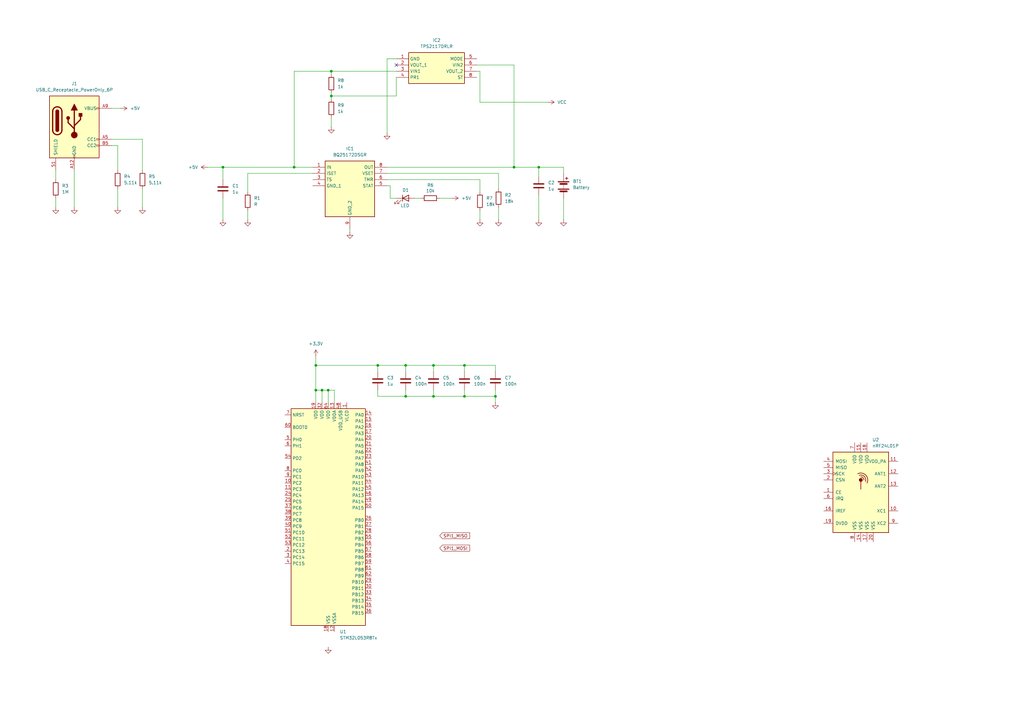
<source format=kicad_sch>
(kicad_sch (version 20231120) (generator "eeschema") (generator_version "8.0")
  (paper "A3")
  (lib_symbols
    (symbol "BQ25172DSGR:BQ25172DSGR"
      (property "Reference" "IC" (at 26.67 7.62 0))
      (property "Value" "BQ25172DSGR" (at 26.67 5.08 0))
      (symbol "BQ25172DSGR_1_1"
        (rectangle (start 5.08 2.54) (end 25.4 -20.32) (stroke (width 0.254)) (fill (type background)))
        (pin passive line (at 0 0 0) (length 5.08) (name "IN") (number "1"))
        (pin passive line (at 0 -2.54 0) (length 5.08) (name "ISET") (number "2"))
        (pin passive line (at 0 -5.08 0) (length 5.08) (name "TS") (number "3"))
        (pin passive line (at 0 -7.62 0) (length 5.08) (name "GND_1") (number "4"))
        (pin passive line (at 30.48 -7.62 180) (length 5.08) (name "STAT") (number "5"))
        (pin passive line (at 30.48 -5.08 180) (length 5.08) (name "TMR") (number "6"))
        (pin passive line (at 30.48 -2.54 180) (length 5.08) (name "VSET") (number "7"))
        (pin passive line (at 30.48 0 180) (length 5.08) (name "OUT") (number "8"))
        (pin passive line (at 15.24 -25.4 90) (length 5.08) (name "GND_2") (number "9"))
      )
    )
    (symbol "Connector:USB_C_Receptacle_PowerOnly_6P" (pin_names (offset 1.016))
      (property "Reference" "J" (at 0 16.51 0))
      (property "Value" "USB_C_Receptacle_PowerOnly_6P" (at 0 13.97 0))
      (symbol "USB_C_Receptacle_PowerOnly_6P_0_0"
        (rectangle (start -0.254 -12.7) (end 0.254 -11.684))
        (rectangle (start 10.16 -7.366) (end 9.144 -7.874))
        (rectangle (start 10.16 -4.826) (end 9.144 -5.334))
        (rectangle (start 10.16 7.874) (end 9.144 7.366))
      )
      (symbol "USB_C_Receptacle_PowerOnly_6P_0_1"
        (rectangle (start -10.16 12.7) (end 10.16 -12.7) (stroke (width 0.254)) (fill (type background)))
        (arc (start -8.89 -1.27) (mid -6.985 -3.1667) (end -5.08 -1.27) (stroke (width 0.508)))
        (arc (start -7.62 -1.27) (mid -6.985 -1.9023) (end -6.35 -1.27) (stroke (width 0.254)))
        (arc (start -7.62 -1.27) (mid -6.985 -1.9023) (end -6.35 -1.27) (stroke (width 0.254)) (fill (type outline)))
        (rectangle (start -7.62 -1.27) (end -6.35 6.35) (stroke (width 0.254)) (fill (type outline)))
        (arc (start -6.35 6.35) (mid -6.985 6.9823) (end -7.62 6.35) (stroke (width 0.254)))
        (arc (start -6.35 6.35) (mid -6.985 6.9823) (end -7.62 6.35) (stroke (width 0.254)) (fill (type outline)))
        (arc (start -5.08 6.35) (mid -6.985 8.2467) (end -8.89 6.35) (stroke (width 0.508)))
        (circle (center -2.54 3.683) (radius 0.635) (stroke (width 0.254)) (fill (type outline)))
        (circle (center 0 -3.302) (radius 1.27) (fill (type outline)))
        (polyline (pts (xy -8.89 -1.27) (xy -8.89 6.35)) (stroke (width 0.508)))
        (polyline (pts (xy -5.08 6.35) (xy -5.08 -1.27)) (stroke (width 0.508)))
        (polyline (pts (xy 0 -3.302) (xy 0 6.858)) (stroke (width 0.508)))
        (polyline (pts (xy 0 -0.762) (xy -2.54 1.778) (xy -2.54 3.048)) (stroke (width 0.508)))
        (polyline (pts (xy 0 0.508) (xy 2.54 3.048) (xy 2.54 4.318)) (stroke (width 0.508)))
        (polyline (pts (xy -1.27 6.858) (xy 0 9.398) (xy 1.27 6.858) (xy -1.27 6.858)) (stroke (width 0.254)) (fill (type outline)))
        (rectangle (start 1.905 4.318) (end 3.175 5.588) (stroke (width 0.254)) (fill (type outline)))
      )
      (symbol "USB_C_Receptacle_PowerOnly_6P_1_1"
        (pin passive line (at 0 -17.78 90) (length 5.08) (name "GND") (number "A12"))
        (pin bidirectional line (at 15.24 -5.08 180) (length 5.08) (name "CC1") (number "A5"))
        (pin passive line (at 15.24 7.62 180) (length 5.08) (name "VBUS") (number "A9"))
        (pin passive line (at 0 -17.78 90) (length 5.08) hide (name "GND") (number "B12"))
        (pin bidirectional line (at 15.24 -7.62 180) (length 5.08) (name "CC2") (number "B5"))
        (pin passive line (at 15.24 7.62 180) (length 5.08) hide (name "VBUS") (number "B9"))
        (pin passive line (at -7.62 -17.78 90) (length 5.08) (name "SHIELD") (number "S1"))
      )
    )
    (symbol "Device:Battery" (pin_numbers hide) (pin_names (offset 0) hide)
      (property "Reference" "BT" (at 2.54 2.54 0))
      (property "Value" "Battery" (at 2.54 0 0))
      (symbol "Battery_0_1"
        (rectangle (start -2.286 -1.27) (end 2.286 -1.524) (fill (type outline)))
        (rectangle (start -2.286 1.778) (end 2.286 1.524) (fill (type outline)))
        (rectangle (start -1.524 -2.032) (end 1.524 -2.54) (fill (type outline)))
        (rectangle (start -1.524 1.016) (end 1.524 0.508) (fill (type outline)))
        (polyline (pts (xy 0 -1.016) (xy 0 -0.762)))
        (polyline (pts (xy 0 -0.508) (xy 0 -0.254)))
        (polyline (pts (xy 0 0) (xy 0 0.254)))
        (polyline (pts (xy 0 1.778) (xy 0 2.54)))
        (polyline (pts (xy 0.762 3.048) (xy 1.778 3.048)) (stroke (width 0.254)))
        (polyline (pts (xy 1.27 3.556) (xy 1.27 2.54)) (stroke (width 0.254)))
      )
      (symbol "Battery_1_1"
        (pin passive line (at 0 5.08 270) (length 2.54) (name "+") (number "1"))
        (pin passive line (at 0 -5.08 90) (length 2.54) (name "-") (number "2"))
      )
    )
    (symbol "Device:C" (pin_numbers hide) (pin_names (offset 0.254))
      (property "Reference" "C" (at 0.635 2.54 0))
      (property "Value" "C" (at 0.635 -2.54 0))
      (symbol "C_0_1"
        (polyline (pts (xy -2.032 -0.762) (xy 2.032 -0.762)) (stroke (width 0.508)))
        (polyline (pts (xy -2.032 0.762) (xy 2.032 0.762)) (stroke (width 0.508)))
      )
      (symbol "C_1_1"
        (pin passive line (at 0 3.81 270) (length 2.794) (name "~") (number "1"))
        (pin passive line (at 0 -3.81 90) (length 2.794) (name "~") (number "2"))
      )
    )
    (symbol "Device:LED" (pin_numbers hide) (pin_names (offset 1.016) hide)
      (property "Reference" "D" (at 0 2.54 0))
      (property "Value" "LED" (at 0 -2.54 0))
      (symbol "LED_0_1"
        (polyline (pts (xy -1.27 -1.27) (xy -1.27 1.27)) (stroke (width 0.254)))
        (polyline (pts (xy -1.27 0) (xy 1.27 0)))
        (polyline (pts (xy 1.27 -1.27) (xy 1.27 1.27) (xy -1.27 0) (xy 1.27 -1.27)) (stroke (width 0.254)))
        (polyline (pts (xy -3.048 -0.762) (xy -4.572 -2.286) (xy -3.81 -2.286) (xy -4.572 -2.286) (xy -4.572 -1.524)))
        (polyline (pts (xy -1.778 -0.762) (xy -3.302 -2.286) (xy -2.54 -2.286) (xy -3.302 -2.286) (xy -3.302 -1.524)))
      )
      (symbol "LED_1_1"
        (pin passive line (at -3.81 0 0) (length 2.54) (name "K") (number "1"))
        (pin passive line (at 3.81 0 180) (length 2.54) (name "A") (number "2"))
      )
    )
    (symbol "Device:R" (pin_numbers hide) (pin_names (offset 0))
      (property "Reference" "R" (at 2.032 0 90))
      (property "Value" "R" (at 0 0 90))
      (symbol "R_0_1"
        (rectangle (start -1.016 -2.54) (end 1.016 2.54) (stroke (width 0.254)))
      )
      (symbol "R_1_1"
        (pin passive line (at 0 3.81 270) (length 1.27) (name "~") (number "1"))
        (pin passive line (at 0 -3.81 90) (length 1.27) (name "~") (number "2"))
      )
    )
    (symbol "MCU_ST_STM32L0:STM32L053R8Tx"
      (property "Reference" "U" (at -15.24 46.99 0))
      (property "Value" "STM32L053R8Tx" (at 10.16 46.99 0))
      (symbol "STM32L053R8Tx_0_1"
        (rectangle (start -15.24 -43.18) (end 15.24 45.72) (stroke (width 0.254)) (fill (type background)))
      )
      (symbol "STM32L053R8Tx_1_1"
        (pin power_in line (at 7.62 48.26 270) (length 2.54) (name "VLCD") (number "1"))
        (pin bidirectional line (at -17.78 15.24 0) (length 2.54) (name "PC2") (number "10"))
        (pin bidirectional line (at -17.78 12.7 0) (length 2.54) (name "PC3") (number "11"))
        (pin power_in line (at 2.54 -45.72 90) (length 2.54) (name "VSSA") (number "12"))
        (pin power_in line (at 2.54 48.26 270) (length 2.54) (name "VDDA") (number "13"))
        (pin bidirectional line (at 17.78 43.18 180) (length 2.54) (name "PA0") (number "14"))
        (pin bidirectional line (at 17.78 40.64 180) (length 2.54) (name "PA1") (number "15"))
        (pin bidirectional line (at 17.78 38.1 180) (length 2.54) (name "PA2") (number "16"))
        (pin bidirectional line (at 17.78 35.56 180) (length 2.54) (name "PA3") (number "17"))
        (pin power_in line (at 0 -45.72 90) (length 2.54) (name "VSS") (number "18"))
        (pin power_in line (at -5.08 48.26 270) (length 2.54) (name "VDD") (number "19"))
        (pin bidirectional line (at -17.78 -12.7 0) (length 2.54) (name "PC13") (number "2"))
        (pin bidirectional line (at 17.78 33.02 180) (length 2.54) (name "PA4") (number "20"))
        (pin bidirectional line (at 17.78 30.48 180) (length 2.54) (name "PA5") (number "21"))
        (pin bidirectional line (at 17.78 27.94 180) (length 2.54) (name "PA6") (number "22"))
        (pin bidirectional line (at 17.78 25.4 180) (length 2.54) (name "PA7") (number "23"))
        (pin bidirectional line (at -17.78 10.16 0) (length 2.54) (name "PC4") (number "24"))
        (pin bidirectional line (at -17.78 7.62 0) (length 2.54) (name "PC5") (number "25"))
        (pin bidirectional line (at 17.78 0 180) (length 2.54) (name "PB0") (number "26"))
        (pin bidirectional line (at 17.78 -2.54 180) (length 2.54) (name "PB1") (number "27"))
        (pin bidirectional line (at 17.78 -5.08 180) (length 2.54) (name "PB2") (number "28"))
        (pin bidirectional line (at 17.78 -25.4 180) (length 2.54) (name "PB10") (number "29"))
        (pin bidirectional line (at -17.78 -15.24 0) (length 2.54) (name "PC14") (number "3"))
        (pin bidirectional line (at 17.78 -27.94 180) (length 2.54) (name "PB11") (number "30"))
        (pin passive line (at 0 -45.72 90) (length 2.54) hide (name "VSS") (number "31"))
        (pin power_in line (at -2.54 48.26 270) (length 2.54) (name "VDD") (number "32"))
        (pin bidirectional line (at 17.78 -30.48 180) (length 2.54) (name "PB12") (number "33"))
        (pin bidirectional line (at 17.78 -33.02 180) (length 2.54) (name "PB13") (number "34"))
        (pin bidirectional line (at 17.78 -35.56 180) (length 2.54) (name "PB14") (number "35"))
        (pin bidirectional line (at 17.78 -38.1 180) (length 2.54) (name "PB15") (number "36"))
        (pin bidirectional line (at -17.78 5.08 0) (length 2.54) (name "PC6") (number "37"))
        (pin bidirectional line (at -17.78 2.54 0) (length 2.54) (name "PC7") (number "38"))
        (pin bidirectional line (at -17.78 0 0) (length 2.54) (name "PC8") (number "39"))
        (pin bidirectional line (at -17.78 -17.78 0) (length 2.54) (name "PC15") (number "4"))
        (pin bidirectional line (at -17.78 -2.54 0) (length 2.54) (name "PC9") (number "40"))
        (pin bidirectional line (at 17.78 22.86 180) (length 2.54) (name "PA8") (number "41"))
        (pin bidirectional line (at 17.78 20.32 180) (length 2.54) (name "PA9") (number "42"))
        (pin bidirectional line (at 17.78 17.78 180) (length 2.54) (name "PA10") (number "43"))
        (pin bidirectional line (at 17.78 15.24 180) (length 2.54) (name "PA11") (number "44"))
        (pin bidirectional line (at 17.78 12.7 180) (length 2.54) (name "PA12") (number "45"))
        (pin bidirectional line (at 17.78 10.16 180) (length 2.54) (name "PA13") (number "46"))
        (pin passive line (at 0 -45.72 90) (length 2.54) hide (name "VSS") (number "47"))
        (pin power_in line (at 5.08 48.26 270) (length 2.54) (name "VDD_USB") (number "48"))
        (pin bidirectional line (at 17.78 7.62 180) (length 2.54) (name "PA14") (number "49"))
        (pin bidirectional line (at -17.78 33.02 0) (length 2.54) (name "PH0") (number "5"))
        (pin bidirectional line (at 17.78 5.08 180) (length 2.54) (name "PA15") (number "50"))
        (pin bidirectional line (at -17.78 -5.08 0) (length 2.54) (name "PC10") (number "51"))
        (pin bidirectional line (at -17.78 -7.62 0) (length 2.54) (name "PC11") (number "52"))
        (pin bidirectional line (at -17.78 -10.16 0) (length 2.54) (name "PC12") (number "53"))
        (pin bidirectional line (at -17.78 25.4 0) (length 2.54) (name "PD2") (number "54"))
        (pin bidirectional line (at 17.78 -7.62 180) (length 2.54) (name "PB3") (number "55"))
        (pin bidirectional line (at 17.78 -10.16 180) (length 2.54) (name "PB4") (number "56"))
        (pin bidirectional line (at 17.78 -12.7 180) (length 2.54) (name "PB5") (number "57"))
        (pin bidirectional line (at 17.78 -15.24 180) (length 2.54) (name "PB6") (number "58"))
        (pin bidirectional line (at 17.78 -17.78 180) (length 2.54) (name "PB7") (number "59"))
        (pin bidirectional line (at -17.78 30.48 0) (length 2.54) (name "PH1") (number "6"))
        (pin input line (at -17.78 38.1 0) (length 2.54) (name "BOOT0") (number "60"))
        (pin bidirectional line (at 17.78 -20.32 180) (length 2.54) (name "PB8") (number "61"))
        (pin bidirectional line (at 17.78 -22.86 180) (length 2.54) (name "PB9") (number "62"))
        (pin passive line (at 0 -45.72 90) (length 2.54) hide (name "VSS") (number "63"))
        (pin power_in line (at 0 48.26 270) (length 2.54) (name "VDD") (number "64"))
        (pin input line (at -17.78 43.18 0) (length 2.54) (name "NRST") (number "7"))
        (pin bidirectional line (at -17.78 20.32 0) (length 2.54) (name "PC0") (number "8"))
        (pin bidirectional line (at -17.78 17.78 0) (length 2.54) (name "PC1") (number "9"))
      )
    )
    (symbol "RF:nRF24L01P" (pin_names (offset 1.016))
      (property "Reference" "U" (at -11.43 17.78 0))
      (property "Value" "nRF24L01P" (at 5.08 17.78 0))
      (symbol "nRF24L01P_0_1"
        (rectangle (start -11.43 16.51) (end 11.43 -16.51) (stroke (width 0.254)) (fill (type background)))
        (polyline (pts (xy 0 4.445) (xy 0 1.27)) (stroke (width 0.254)))
        (circle (center 0 5.08) (radius 0.635) (stroke (width 0.254)) (fill (type outline)))
        (arc (start 1.27 5.08) (mid 0.9071 5.9946) (end 0 6.35) (stroke (width 0.254)))
        (arc (start 1.905 4.445) (mid 1.4313 6.5254) (end -0.635 6.985) (stroke (width 0.254)))
        (arc (start 2.54 3.81) (mid 2.008 7.088) (end -1.27 7.62) (stroke (width 0.254)))
        (rectangle (start 11.43 -13.97) (end 11.43 -13.97))
      )
      (symbol "nRF24L01P_1_1"
        (pin input line (at -15.24 0 0) (length 3.81) (name "CE") (number "1"))
        (pin passive line (at 15.24 -7.62 180) (length 3.81) (name "XC1") (number "10"))
        (pin power_out line (at 15.24 12.7 180) (length 3.81) (name "VDD_PA") (number "11"))
        (pin passive line (at 15.24 7.62 180) (length 3.81) (name "ANT1") (number "12"))
        (pin passive line (at 15.24 2.54 180) (length 3.81) (name "ANT2") (number "13"))
        (pin power_in line (at 0 -20.32 90) (length 3.81) (name "VSS") (number "14"))
        (pin power_in line (at 0 20.32 270) (length 3.81) (name "VDD") (number "15"))
        (pin passive line (at -15.24 -7.62 0) (length 3.81) (name "IREF") (number "16"))
        (pin power_in line (at 2.54 -20.32 90) (length 3.81) (name "VSS") (number "17"))
        (pin power_in line (at 2.54 20.32 270) (length 3.81) (name "VDD") (number "18"))
        (pin power_out line (at -15.24 -12.7 0) (length 3.81) (name "DVDD") (number "19"))
        (pin input line (at -15.24 5.08 0) (length 3.81) (name "CSN") (number "2"))
        (pin power_in line (at 5.08 -20.32 90) (length 3.81) (name "VSS") (number "20"))
        (pin input clock (at -15.24 7.62 0) (length 3.81) (name "SCK") (number "3"))
        (pin input line (at -15.24 12.7 0) (length 3.81) (name "MOSI") (number "4"))
        (pin output line (at -15.24 10.16 0) (length 3.81) (name "MISO") (number "5"))
        (pin output line (at -15.24 -2.54 0) (length 3.81) (name "IRQ") (number "6"))
        (pin power_in line (at -2.54 20.32 270) (length 3.81) (name "VDD") (number "7"))
        (pin power_in line (at -2.54 -20.32 90) (length 3.81) (name "VSS") (number "8"))
        (pin passive line (at 15.24 -12.7 180) (length 3.81) (name "XC2") (number "9"))
      )
    )
    (symbol "TPS2117DRLR:TPS2117DRLR"
      (property "Reference" "IC" (at 29.21 7.62 0))
      (property "Value" "TPS2117DRLR" (at 29.21 5.08 0))
      (symbol "TPS2117DRLR_1_1"
        (rectangle (start 5.08 2.54) (end 27.94 -10.16) (stroke (width 0.254)) (fill (type background)))
        (pin passive line (at 0 0 0) (length 5.08) (name "GND") (number "1"))
        (pin passive line (at 0 -2.54 0) (length 5.08) (name "VOUT_1") (number "2"))
        (pin passive line (at 0 -5.08 0) (length 5.08) (name "VIN1") (number "3"))
        (pin passive line (at 0 -7.62 0) (length 5.08) (name "PR1") (number "4"))
        (pin passive line (at 33.02 0 180) (length 5.08) (name "MODE") (number "5"))
        (pin passive line (at 33.02 -2.54 180) (length 5.08) (name "VIN2") (number "6"))
        (pin passive line (at 33.02 -5.08 180) (length 5.08) (name "VOUT_2") (number "7"))
        (pin passive line (at 33.02 -7.62 180) (length 5.08) (name "ST") (number "8"))
      )
    )
    (symbol "power:+3.3V" (power) (pin_numbers hide) (pin_names (offset 0) hide)
      (property "Value" "+3.3V" (at 0 3.556 0))
      (symbol "+3.3V_0_1"
        (polyline (pts (xy -0.762 1.27) (xy 0 2.54)))
        (polyline (pts (xy 0 0) (xy 0 2.54)))
        (polyline (pts (xy 0 2.54) (xy 0.762 1.27)))
      )
      (symbol "+3.3V_1_1"
        (pin power_in line (at 0 0 90) (length 0) (name "~") (number "1"))
      )
    )
    (symbol "power:+5V" (power) (pin_numbers hide) (pin_names (offset 0) hide)
      (property "Value" "+5V" (at 0 3.556 0))
      (symbol "+5V_0_1"
        (polyline (pts (xy -0.762 1.27) (xy 0 2.54)))
        (polyline (pts (xy 0 0) (xy 0 2.54)))
        (polyline (pts (xy 0 2.54) (xy 0.762 1.27)))
      )
      (symbol "+5V_1_1"
        (pin power_in line (at 0 0 90) (length 0) (name "~") (number "1"))
      )
    )
    (symbol "power:GND" (power) (pin_numbers hide) (pin_names (offset 0) hide)
      (property "Value" "GND" (at 0 -3.81 0))
      (symbol "GND_0_1"
        (polyline (pts (xy 0 0) (xy 0 -1.27) (xy 1.27 -1.27) (xy 0 -2.54) (xy -1.27 -1.27) (xy 0 -1.27)))
      )
      (symbol "GND_1_1"
        (pin power_in line (at 0 0 270) (length 0) (name "~") (number "1"))
      )
    )
    (symbol "power:VCC" (power) (pin_numbers hide) (pin_names (offset 0) hide)
      (property "Value" "VCC" (at 0 3.556 0))
      (symbol "VCC_0_1"
        (polyline (pts (xy -0.762 1.27) (xy 0 2.54)))
        (polyline (pts (xy 0 0) (xy 0 2.54)))
        (polyline (pts (xy 0 2.54) (xy 0.762 1.27)))
      )
      (symbol "VCC_1_1"
        (pin power_in line (at 0 0 90) (length 0) (name "~") (number "1"))
      )
    )
  )
  (junction (at 132.08 160.02))
  (junction (at 129.54 149.86))
  (junction (at 135.89 39.37))
  (junction (at 166.37 162.56))
  (junction (at 154.94 149.86))
  (junction (at 134.62 160.02))
  (junction (at 203.2 162.56))
  (junction (at 166.37 149.86))
  (junction (at 177.8 149.86))
  (junction (at 210.82 68.58))
  (junction (at 120.65 68.58))
  (junction (at 129.54 160.02))
  (junction (at 220.98 68.58))
  (junction (at 190.5 162.56))
  (junction (at 135.89 29.21))
  (junction (at 177.8 162.56))
  (junction (at 190.5 149.86))
  (junction (at 91.44 68.58))
  (no_connect (at 162.56 26.67))
  (wire (pts (xy 137.16 160.02) (xy 137.16 165.1)))
  (wire (pts (xy 154.94 160.02) (xy 154.94 162.56)))
  (wire (pts (xy 160.02 81.28) (xy 162.56 81.28)))
  (wire (pts (xy 134.62 160.02) (xy 134.62 165.1)))
  (wire (pts (xy 231.14 68.58) (xy 220.98 68.58)))
  (wire (pts (xy 166.37 149.86) (xy 177.8 149.86)))
  (wire (pts (xy 158.75 68.58) (xy 210.82 68.58)))
  (wire (pts (xy 158.75 24.13) (xy 162.56 24.13)))
  (wire (pts (xy 220.98 68.58) (xy 210.82 68.58)))
  (wire (pts (xy 177.8 162.56) (xy 190.5 162.56)))
  (wire (pts (xy 22.86 81.28) (xy 22.86 85.09)))
  (wire (pts (xy 135.89 39.37) (xy 135.89 40.64)))
  (wire (pts (xy 45.72 57.15) (xy 58.42 57.15)))
  (wire (pts (xy 158.75 76.2) (xy 160.02 76.2)))
  (wire (pts (xy 220.98 68.58) (xy 220.98 72.39)))
  (wire (pts (xy 190.5 149.86) (xy 190.5 152.4)))
  (wire (pts (xy 220.98 80.01) (xy 220.98 90.17)))
  (wire (pts (xy 196.85 41.91) (xy 224.79 41.91)))
  (wire (pts (xy 231.14 81.28) (xy 231.14 90.17)))
  (wire (pts (xy 196.85 29.21) (xy 196.85 41.91)))
  (wire (pts (xy 91.44 73.66) (xy 91.44 68.58)))
  (wire (pts (xy 91.44 81.28) (xy 91.44 90.17)))
  (wire (pts (xy 101.6 86.36) (xy 101.6 90.17)))
  (wire (pts (xy 162.56 29.21) (xy 135.89 29.21)))
  (wire (pts (xy 85.09 68.58) (xy 91.44 68.58)))
  (wire (pts (xy 158.75 54.61) (xy 158.75 24.13)))
  (wire (pts (xy 45.72 44.45) (xy 49.53 44.45)))
  (wire (pts (xy 101.6 71.12) (xy 101.6 78.74)))
  (wire (pts (xy 166.37 162.56) (xy 177.8 162.56)))
  (wire (pts (xy 132.08 165.1) (xy 132.08 160.02)))
  (wire (pts (xy 160.02 76.2) (xy 160.02 81.28)))
  (wire (pts (xy 91.44 68.58) (xy 120.65 68.58)))
  (wire (pts (xy 132.08 160.02) (xy 129.54 160.02)))
  (wire (pts (xy 162.56 39.37) (xy 162.56 31.75)))
  (wire (pts (xy 166.37 149.86) (xy 166.37 152.4)))
  (wire (pts (xy 30.48 69.85) (xy 30.48 85.09)))
  (wire (pts (xy 177.8 149.86) (xy 177.8 152.4)))
  (wire (pts (xy 22.86 69.85) (xy 22.86 73.66)))
  (wire (pts (xy 190.5 162.56) (xy 203.2 162.56)))
  (wire (pts (xy 154.94 149.86) (xy 166.37 149.86)))
  (wire (pts (xy 45.72 59.69) (xy 48.26 59.69)))
  (wire (pts (xy 129.54 160.02) (xy 129.54 165.1)))
  (wire (pts (xy 177.8 149.86) (xy 190.5 149.86)))
  (wire (pts (xy 143.51 93.98) (xy 143.51 95.25)))
  (wire (pts (xy 158.75 71.12) (xy 204.47 71.12)))
  (wire (pts (xy 203.2 162.56) (xy 203.2 165.1)))
  (wire (pts (xy 203.2 149.86) (xy 203.2 152.4)))
  (wire (pts (xy 177.8 160.02) (xy 177.8 162.56)))
  (wire (pts (xy 154.94 162.56) (xy 166.37 162.56)))
  (wire (pts (xy 135.89 39.37) (xy 162.56 39.37)))
  (wire (pts (xy 135.89 38.1) (xy 135.89 39.37)))
  (wire (pts (xy 120.65 68.58) (xy 128.27 68.58)))
  (wire (pts (xy 204.47 77.47) (xy 204.47 71.12)))
  (wire (pts (xy 170.18 81.28) (xy 172.72 81.28)))
  (wire (pts (xy 204.47 85.09) (xy 204.47 90.17)))
  (wire (pts (xy 135.89 29.21) (xy 135.89 30.48)))
  (wire (pts (xy 128.27 71.12) (xy 101.6 71.12)))
  (wire (pts (xy 135.89 29.21) (xy 120.65 29.21)))
  (wire (pts (xy 129.54 149.86) (xy 129.54 160.02)))
  (wire (pts (xy 48.26 77.47) (xy 48.26 85.09)))
  (wire (pts (xy 48.26 59.69) (xy 48.26 69.85)))
  (wire (pts (xy 166.37 160.02) (xy 166.37 162.56)))
  (wire (pts (xy 134.62 160.02) (xy 137.16 160.02)))
  (wire (pts (xy 231.14 71.12) (xy 231.14 68.58)))
  (wire (pts (xy 58.42 77.47) (xy 58.42 85.09)))
  (wire (pts (xy 195.58 29.21) (xy 196.85 29.21)))
  (wire (pts (xy 158.75 73.66) (xy 196.85 73.66)))
  (wire (pts (xy 190.5 149.86) (xy 203.2 149.86)))
  (wire (pts (xy 210.82 26.67) (xy 195.58 26.67)))
  (wire (pts (xy 154.94 149.86) (xy 154.94 152.4)))
  (wire (pts (xy 135.89 48.26) (xy 135.89 52.07)))
  (wire (pts (xy 210.82 68.58) (xy 210.82 26.67)))
  (wire (pts (xy 58.42 57.15) (xy 58.42 69.85)))
  (wire (pts (xy 190.5 160.02) (xy 190.5 162.56)))
  (wire (pts (xy 185.42 81.28) (xy 180.34 81.28)))
  (wire (pts (xy 196.85 73.66) (xy 196.85 78.74)))
  (wire (pts (xy 196.85 86.36) (xy 196.85 90.17)))
  (wire (pts (xy 129.54 146.05) (xy 129.54 149.86)))
  (wire (pts (xy 132.08 160.02) (xy 134.62 160.02)))
  (wire (pts (xy 203.2 162.56) (xy 203.2 160.02)))
  (wire (pts (xy 120.65 29.21) (xy 120.65 68.58)))
  (wire (pts (xy 129.54 149.86) (xy 154.94 149.86)))
  (global_label "SPI1_MOSI" (shape input) (at 180.34 224.79 0) (property "Intersheetrefs" "${INTERSHEET_REFS}" (effects (hide yes))))
  (global_label "SPI1_MISO" (shape input) (at 180.34 219.71 0) (property "Intersheetrefs" "${INTERSHEET_REFS}" (effects (hide yes))))
  (symbol (lib_id "Device:C") (at 190.5 156.21 0) (unit 1)
    (property "Reference" "C6" (at 194.31 154.9399 0) (effects (justify left)))
    (property "Value" "100n" (at 194.31 157.4799 0) (effects (justify left)))
    (property "Description" "Unpolarized capacitor" (effects (hide yes)))
  )
  (symbol (lib_id "power:GND") (at 220.98 90.17 0) (unit 1)
    (property "Reference" "#PWR03" (effects (hide yes)))
    (property "Value" "GND" (effects (hide yes)))
    (property "Description" "Power symbol creates a global label with name \"GND\" , ground" (effects (hide yes)))
  )
  (symbol (lib_id "power:GND") (at 203.2 165.1 0) (unit 1)
    (property "Reference" "#PWR019" (effects (hide yes)))
    (property "Value" "GND" (effects (hide yes)))
    (property "Description" "Power symbol creates a global label with name \"GND\" , ground" (effects (hide yes)))
  )
  (symbol (lib_id "Device:R") (at 58.42 73.66 0) (unit 1)
    (property "Reference" "R5" (at 60.96 72.3899 0) (effects (justify left)))
    (property "Value" "5.11k" (at 60.96 74.9299 0) (effects (justify left)))
    (property "Description" "Resistor" (effects (hide yes)))
  )
  (symbol (lib_id "power:GND") (at 204.47 90.17 0) (unit 1)
    (property "Reference" "#PWR014" (effects (hide yes)))
    (property "Value" "GND" (effects (hide yes)))
    (property "Description" "Power symbol creates a global label with name \"GND\" , ground" (effects (hide yes)))
  )
  (symbol (lib_id "Device:C") (at 154.94 156.21 0) (unit 1)
    (property "Reference" "C3" (at 158.75 154.9399 0) (effects (justify left)))
    (property "Value" "1u" (at 158.75 157.4799 0) (effects (justify left)))
    (property "Description" "Unpolarized capacitor" (effects (hide yes)))
  )
  (symbol (lib_id "power:GND") (at 135.89 52.07 0) (unit 1)
    (property "Reference" "#PWR017" (effects (hide yes)))
    (property "Value" "GND" (effects (hide yes)))
    (property "Description" "Power symbol creates a global label with name \"GND\" , ground" (effects (hide yes)))
  )
  (symbol (lib_id "Connector:USB_C_Receptacle_PowerOnly_6P") (at 30.48 52.07 0) (unit 1)
    (property "Reference" "J1" (at 30.48 34.29 0))
    (property "Value" "USB_C_Receptacle_PowerOnly_6P" (at 30.48 36.83 0))
    (property "Datasheet" "https://www.usb.org/sites/default/files/documents/usb_type-c.zip" (effects (hide yes)))
    (property "Description" "USB Power-Only 6P Type-C Receptacle connector" (effects (hide yes)))
  )
  (symbol (lib_id "power:VCC") (at 224.79 41.91 270) (unit 1)
    (property "Reference" "#PWR06" (effects (hide yes)))
    (property "Value" "VCC" (at 228.6 41.9099 90) (effects (justify left)))
    (property "Description" "Power symbol creates a global label with name \"VCC\"" (effects (hide yes)))
  )
  (symbol (lib_id "power:GND") (at 22.86 85.09 0) (unit 1)
    (property "Reference" "#PWR08" (effects (hide yes)))
    (property "Value" "GND" (effects (hide yes)))
    (property "Description" "Power symbol creates a global label with name \"GND\" , ground" (effects (hide yes)))
  )
  (symbol (lib_id "power:GND") (at 134.62 265.43 0) (unit 1)
    (property "Reference" "#PWR020" (effects (hide yes)))
    (property "Value" "GND" (effects (hide yes)))
    (property "Description" "Power symbol creates a global label with name \"GND\" , ground" (effects (hide yes)))
  )
  (symbol (lib_id "power:GND") (at 143.51 95.25 0) (unit 1)
    (property "Reference" "#PWR01" (effects (hide yes)))
    (property "Value" "GND" (effects (hide yes)))
    (property "Description" "Power symbol creates a global label with name \"GND\" , ground" (effects (hide yes)))
  )
  (symbol (lib_id "Device:Battery") (at 231.14 76.2 0) (unit 1)
    (property "Reference" "BT1" (at 234.95 74.3584 0) (effects (justify left)))
    (property "Value" "Battery" (at 234.95 76.8984 0) (effects (justify left)))
    (property "Description" "Multiple-cell battery" (effects (hide yes)))
  )
  (symbol (lib_id "TPS2117DRLR:TPS2117DRLR") (at 162.56 24.13 0) (unit 1)
    (property "Reference" "IC2" (at 179.07 16.51 0))
    (property "Value" "TPS2117DRLR" (at 179.07 19.05 0))
    (property "Footprint" "SOTFL50P160X60-8N" (effects (hide yes)))
    (property "Datasheet" "https://www.ti.com/lit/ds/symlink/tps2117.pdf?ts=1704705133749&ref_url=https%253A%252F%252Fwww.ti.com%252Fproduct%252FTPS2117" (effects (hide yes)))
    (property "Description" "Power Switch ICs - Power Distribution 1.6-V to 5.5-V, 20-m?, 4-A low IQ power multiplexer with manual and priority switchover 8-SOT-5X3 -40 to 125" (effects (hide yes)))
    (property "Height" "0.6" (effects (hide yes)))
    (property "Mouser Part Number" "595-TPS2117DRLR" (effects (hide yes)))
    (property "Mouser Price/Stock" "https://www.mouser.co.uk/ProductDetail/Texas-Instruments/TPS2117DRLR?qs=HoCaDK9Nz5c%2FKe5lpCPPWQ%3D%3D" (effects (hide yes)))
    (property "Manufacturer_Name" "Texas Instruments" (effects (hide yes)))
    (property "Manufacturer_Part_Number" "TPS2117DRLR" (effects (hide yes)))
  )
  (symbol (lib_id "Device:LED") (at 166.37 81.28 0) (unit 1)
    (property "Reference" "D1" (at 166.37 77.978 0))
    (property "Value" "LED" (at 166.116 84.328 0))
    (property "Description" "Light emitting diode" (effects (hide yes)))
  )
  (symbol (lib_id "power:GND") (at 101.6 90.17 0) (unit 1)
    (property "Reference" "#PWR04" (effects (hide yes)))
    (property "Value" "GND" (effects (hide yes)))
    (property "Description" "Power symbol creates a global label with name \"GND\" , ground" (effects (hide yes)))
  )
  (symbol (lib_id "Device:R") (at 135.89 34.29 0) (unit 1)
    (property "Reference" "R8" (at 138.43 33.0199 0) (effects (justify left)))
    (property "Value" "1k" (at 138.43 35.5599 0) (effects (justify left)))
    (property "Description" "Resistor" (effects (hide yes)))
  )
  (symbol (lib_id "BQ25172DSGR:BQ25172DSGR") (at 128.27 68.58 0) (unit 1)
    (property "Reference" "IC1" (at 143.51 60.96 0))
    (property "Value" "BQ25172DSGR" (at 143.51 63.5 0))
    (property "Footprint" "SON50P200X200X80-9N" (effects (hide yes)))
    (property "Datasheet" "https://www.arrow.com/en/products/bq25172dsgr/texas-instruments?region=nac" (effects (hide yes)))
    (property "Description" "Battery Management 0.8-A, one- to six-cell NiMH stand-alone linear charger in a QFN package" (effects (hide yes)))
    (property "Height" "0.8" (effects (hide yes)))
    (property "Mouser Part Number" "595-BQ25172DSGR" (effects (hide yes)))
    (property "Mouser Price/Stock" "https://www.mouser.co.uk/ProductDetail/Texas-Instruments/BQ25172DSGR?qs=tlsG%2FOw5FFgckLJXIVn4PA%3D%3D" (effects (hide yes)))
    (property "Manufacturer_Name" "Texas Instruments" (effects (hide yes)))
    (property "Manufacturer_Part_Number" "BQ25172DSGR" (effects (hide yes)))
  )
  (symbol (lib_id "power:+5V") (at 49.53 44.45 270) (unit 1)
    (property "Reference" "#PWR010" (effects (hide yes)))
    (property "Value" "+5V" (at 53.34 44.4499 90) (effects (justify left)))
    (property "Description" "Power symbol creates a global label with name \"+5V\"" (effects (hide yes)))
  )
  (symbol (lib_id "power:+5V") (at 85.09 68.58 90) (unit 1)
    (property "Reference" "#PWR013" (effects (hide yes)))
    (property "Value" "+5V" (at 81.28 68.5799 90) (effects (justify left)))
    (property "Description" "Power symbol creates a global label with name \"+5V\"" (effects (hide yes)))
  )
  (symbol (lib_id "power:GND") (at 48.26 85.09 0) (unit 1)
    (property "Reference" "#PWR011" (effects (hide yes)))
    (property "Value" "GND" (effects (hide yes)))
    (property "Description" "Power symbol creates a global label with name \"GND\" , ground" (effects (hide yes)))
  )
  (symbol (lib_id "power:GND") (at 231.14 90.17 0) (unit 1)
    (property "Reference" "#PWR02" (effects (hide yes)))
    (property "Value" "GND" (effects (hide yes)))
    (property "Description" "Power symbol creates a global label with name \"GND\" , ground" (effects (hide yes)))
  )
  (symbol (lib_id "MCU_ST_STM32L0:STM32L053R8Tx") (at 134.62 213.36 0) (unit 1)
    (property "Reference" "U1" (at 139.3541 259.08 0) (effects (justify left)))
    (property "Value" "STM32L053R8Tx" (at 139.3541 261.62 0) (effects (justify left)))
    (property "Footprint" "Package_QFP:LQFP-64_10x10mm_P0.5mm" (effects (hide yes)))
    (property "Datasheet" "https://www.st.com/resource/en/datasheet/stm32l053r8.pdf" (effects (hide yes)))
    (property "Description" "STMicroelectronics Arm Cortex-M0+ MCU, 64KB flash, 8KB RAM, 32 MHz, 1.65-3.6V, 51 GPIO, LQFP64" (effects (hide yes)))
  )
  (symbol (lib_id "Device:R") (at 22.86 77.47 0) (unit 1)
    (property "Reference" "R3" (at 25.4 76.1999 0) (effects (justify left)))
    (property "Value" "1M" (at 25.4 78.7399 0) (effects (justify left)))
    (property "Description" "Resistor" (effects (hide yes)))
  )
  (symbol (lib_id "Device:C") (at 177.8 156.21 0) (unit 1)
    (property "Reference" "C5" (at 181.61 154.9399 0) (effects (justify left)))
    (property "Value" "100n" (at 181.61 157.4799 0) (effects (justify left)))
    (property "Description" "Unpolarized capacitor" (effects (hide yes)))
  )
  (symbol (lib_id "Device:R") (at 176.53 81.28 90) (unit 1)
    (property "Reference" "R6" (at 176.53 75.946 90))
    (property "Value" "10k" (at 176.53 78.232 90))
    (property "Description" "Resistor" (effects (hide yes)))
  )
  (symbol (lib_id "power:GND") (at 196.85 90.17 0) (unit 1)
    (property "Reference" "#PWR016" (effects (hide yes)))
    (property "Value" "GND" (effects (hide yes)))
    (property "Description" "Power symbol creates a global label with name \"GND\" , ground" (effects (hide yes)))
  )
  (symbol (lib_id "Device:C") (at 203.2 156.21 0) (unit 1)
    (property "Reference" "C7" (at 207.01 154.9399 0) (effects (justify left)))
    (property "Value" "100n" (at 207.01 157.4799 0) (effects (justify left)))
    (property "Description" "Unpolarized capacitor" (effects (hide yes)))
  )
  (symbol (lib_id "RF:nRF24L01P") (at 353.06 201.93 0) (unit 1)
    (property "Reference" "U2" (at 357.7941 180.34 0) (effects (justify left)))
    (property "Value" "nRF24L01P" (at 357.7941 182.88 0) (effects (justify left)))
    (property "Footprint" "Package_DFN_QFN:QFN-20-1EP_4x4mm_P0.5mm_EP2.5x2.5mm" (effects (hide yes)))
    (property "Datasheet" "http://www.nordicsemi.com/eng/content/download/2726/34069/file/nRF24L01P_Product_Specification_1_0.pdf" (effects (hide yes)))
    (property "Description" "nRF24L01+, Ultra low power 2.4GHz RF Transceiver, QFN20 4x4mm" (effects (hide yes)))
  )
  (symbol (lib_id "Device:R") (at 204.47 81.28 0) (unit 1)
    (property "Reference" "R2" (at 207.01 80.0099 0) (effects (justify left)))
    (property "Value" "18k" (at 207.01 82.5499 0) (effects (justify left)))
    (property "Description" "Resistor" (effects (hide yes)))
  )
  (symbol (lib_id "power:GND") (at 30.48 85.09 0) (unit 1)
    (property "Reference" "#PWR09" (effects (hide yes)))
    (property "Value" "GND" (effects (hide yes)))
    (property "Description" "Power symbol creates a global label with name \"GND\" , ground" (effects (hide yes)))
  )
  (symbol (lib_id "power:GND") (at 158.75 54.61 0) (unit 1)
    (property "Reference" "#PWR07" (effects (hide yes)))
    (property "Value" "GND" (effects (hide yes)))
    (property "Description" "Power symbol creates a global label with name \"GND\" , ground" (effects (hide yes)))
  )
  (symbol (lib_id "Device:R") (at 48.26 73.66 0) (unit 1)
    (property "Reference" "R4" (at 50.8 72.3899 0) (effects (justify left)))
    (property "Value" "5.11k" (at 50.8 74.9299 0) (effects (justify left)))
    (property "Description" "Resistor" (effects (hide yes)))
  )
  (symbol (lib_id "power:GND") (at 91.44 90.17 0) (unit 1)
    (property "Reference" "#PWR05" (effects (hide yes)))
    (property "Value" "GND" (effects (hide yes)))
    (property "Description" "Power symbol creates a global label with name \"GND\" , ground" (effects (hide yes)))
  )
  (symbol (lib_id "power:+5V") (at 185.42 81.28 270) (unit 1)
    (property "Reference" "#PWR015" (effects (hide yes)))
    (property "Value" "+5V" (at 189.23 81.2799 90) (effects (justify left)))
    (property "Description" "Power symbol creates a global label with name \"+5V\"" (effects (hide yes)))
  )
  (symbol (lib_id "Device:R") (at 135.89 44.45 0) (unit 1)
    (property "Reference" "R9" (at 138.43 43.1799 0) (effects (justify left)))
    (property "Value" "1k" (at 138.43 45.7199 0) (effects (justify left)))
    (property "Description" "Resistor" (effects (hide yes)))
  )
  (symbol (lib_id "Device:R") (at 101.6 82.55 0) (unit 1)
    (property "Reference" "R1" (at 104.14 81.2799 0) (effects (justify left)))
    (property "Value" "R" (at 104.14 83.8199 0) (effects (justify left)))
    (property "Description" "Resistor" (effects (hide yes)))
  )
  (symbol (lib_id "Device:R") (at 196.85 82.55 0) (unit 1)
    (property "Reference" "R7" (at 199.39 81.2799 0) (effects (justify left)))
    (property "Value" "18k" (at 199.39 83.8199 0) (effects (justify left)))
    (property "Description" "Resistor" (effects (hide yes)))
  )
  (symbol (lib_id "Device:C") (at 220.98 76.2 0) (unit 1)
    (property "Reference" "C2" (at 224.79 74.9299 0) (effects (justify left)))
    (property "Value" "1u" (at 224.79 77.4699 0) (effects (justify left)))
    (property "Description" "Unpolarized capacitor" (effects (hide yes)))
  )
  (symbol (lib_id "Device:C") (at 166.37 156.21 0) (unit 1)
    (property "Reference" "C4" (at 170.18 154.9399 0) (effects (justify left)))
    (property "Value" "100n" (at 170.18 157.4799 0) (effects (justify left)))
    (property "Description" "Unpolarized capacitor" (effects (hide yes)))
  )
  (symbol (lib_id "power:+3.3V") (at 129.54 146.05 0) (unit 1)
    (property "Reference" "#PWR018" (effects (hide yes)))
    (property "Value" "+3.3V" (at 129.54 140.97 0))
    (property "Description" "Power symbol creates a global label with name \"+3.3V\"" (effects (hide yes)))
  )
  (symbol (lib_id "Device:C") (at 91.44 77.47 0) (unit 1)
    (property "Reference" "C1" (at 95.25 76.1999 0) (effects (justify left)))
    (property "Value" "1u" (at 95.25 78.7399 0) (effects (justify left)))
    (property "Description" "Unpolarized capacitor" (effects (hide yes)))
  )
  (symbol (lib_id "power:GND") (at 58.42 85.09 0) (unit 1)
    (property "Reference" "#PWR012" (effects (hide yes)))
    (property "Value" "GND" (effects (hide yes)))
    (property "Description" "Power symbol creates a global label with name \"GND\" , ground" (effects (hide yes)))
  )
)
</source>
